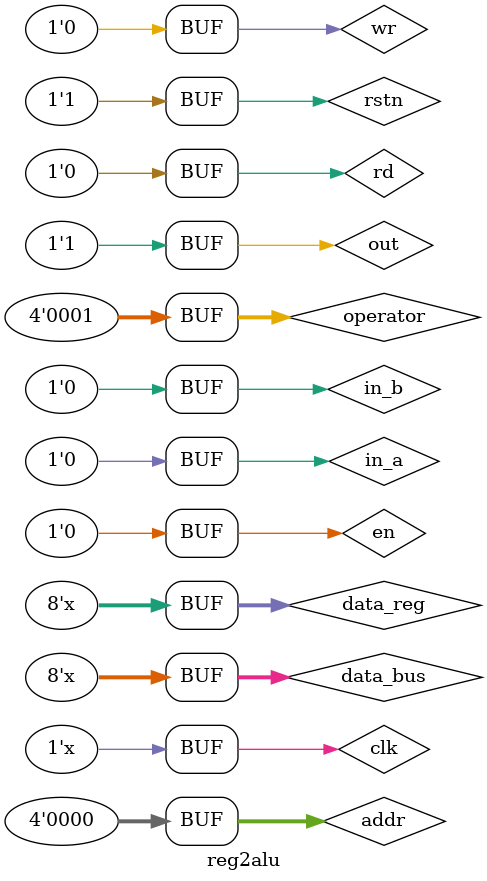
<source format=v>
module reg2alu;

reg clk,rstn,in_a,in_b,out,en;
reg [3:0] operator;

reg [7:0] data_reg;
reg wr,rd;
reg [3:0] addr;
wire [7:0] data_bus;
wire [7:0]  ts1,ts2;

assign data_bus = data_reg;
always #5 clk = ~clk;
initial begin
    clk = 0;
    in_a = 0;
    in_b = 0;
    operator = 0;
    en = 0;
    wr = 0;
    rd = 0;
    addr = 0;
    data_reg = 0;
    out = 0;
    #5 rstn = 1;
    #10
        data_reg <= 5;
        addr <= 0;
        wr <= 1;
        rd <= 0;
    #10
        data_reg <= 3;
        addr <= 1;
        wr <= 1;
        rd <= 0;
    #10 
        data_reg <= 8'bzzzzzzzz;
        operator <= 1;
        rd <= 1;
        wr <= 0;
        addr <= 0;
        in_a <= 1;
        in_b <= 0;
        en <= 0;
        out <= 0;
    #10
        rd <= 1;
        wr <= 0;
        addr <= 1;
        in_a <= 0;
        in_b <= 1;
        en <= 0;
        out <= 0;
    #10
        rd <= 0;
        wr <= 0;
        addr <= 0;
        in_a <= 0;
        in_b <= 0;
        en <= 1;
        out <= 0;
    #10
        rd <= 0;
        wr <= 0;
        addr <= 0;
        in_a <= 0;
        in_b <= 0;
        en <= 0;
        out <= 1;
end
RegFile regfile(
   .clk(clk),
   .rstn(rstn),
   .wr(wr),
   .rd(rd),
   .data_wire(data_bus),
   .addr(addr)
);
ALU alu(
    .in_a(in_a),
    .in_b(in_b),
    .operator(operator),
    .out(out),
    .en(en),
    .a(data_bus),
    .b(data_bus),
    .data_out(data_bus),
    .clk(clk),
    .rstn(rstn),
    .ts1(ts1),
    .ts2(ts2)
);


endmodule
</source>
